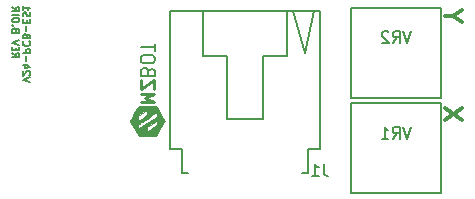
<source format=gbr>
G04 #@! TF.GenerationSoftware,KiCad,Pcbnew,(5.0.0-3-g5ebb6b6)*
G04 #@! TF.CreationDate,2018-08-08T21:58:00-07:00*
G04 #@! TF.ProjectId,MZBOT_XY-Endstop,4D5A424F545F58592D456E6473746F70,A*
G04 #@! TF.SameCoordinates,Original*
G04 #@! TF.FileFunction,Legend,Bot*
G04 #@! TF.FilePolarity,Positive*
%FSLAX46Y46*%
G04 Gerber Fmt 4.6, Leading zero omitted, Abs format (unit mm)*
G04 Created by KiCad (PCBNEW (5.0.0-3-g5ebb6b6)) date Wednesday, August 08, 2018 at 09:58:00 PM*
%MOMM*%
%LPD*%
G01*
G04 APERTURE LIST*
%ADD10C,0.150000*%
%ADD11C,0.140000*%
%ADD12C,0.250000*%
%ADD13C,0.300000*%
%ADD14C,0.010000*%
G04 APERTURE END LIST*
D10*
X124428571Y-100707142D02*
X123828571Y-100507142D01*
X124428571Y-100307142D01*
X124371428Y-100135714D02*
X124400000Y-100107142D01*
X124428571Y-100050000D01*
X124428571Y-99907142D01*
X124400000Y-99850000D01*
X124371428Y-99821428D01*
X124314285Y-99792857D01*
X124257142Y-99792857D01*
X124171428Y-99821428D01*
X123828571Y-100164285D01*
X123828571Y-99792857D01*
X124228571Y-99278571D02*
X123828571Y-99278571D01*
X124457142Y-99421428D02*
X124028571Y-99564285D01*
X124028571Y-99192857D01*
X124057142Y-98964285D02*
X124057142Y-98507142D01*
X123828571Y-98221428D02*
X124428571Y-98221428D01*
X124428571Y-97992857D01*
X124400000Y-97935714D01*
X124371428Y-97907142D01*
X124314285Y-97878571D01*
X124228571Y-97878571D01*
X124171428Y-97907142D01*
X124142857Y-97935714D01*
X124114285Y-97992857D01*
X124114285Y-98221428D01*
X123885714Y-97278571D02*
X123857142Y-97307142D01*
X123828571Y-97392857D01*
X123828571Y-97450000D01*
X123857142Y-97535714D01*
X123914285Y-97592857D01*
X123971428Y-97621428D01*
X124085714Y-97650000D01*
X124171428Y-97650000D01*
X124285714Y-97621428D01*
X124342857Y-97592857D01*
X124400000Y-97535714D01*
X124428571Y-97450000D01*
X124428571Y-97392857D01*
X124400000Y-97307142D01*
X124371428Y-97278571D01*
X124142857Y-96821428D02*
X124114285Y-96735714D01*
X124085714Y-96707142D01*
X124028571Y-96678571D01*
X123942857Y-96678571D01*
X123885714Y-96707142D01*
X123857142Y-96735714D01*
X123828571Y-96792857D01*
X123828571Y-97021428D01*
X124428571Y-97021428D01*
X124428571Y-96821428D01*
X124400000Y-96764285D01*
X124371428Y-96735714D01*
X124314285Y-96707142D01*
X124257142Y-96707142D01*
X124200000Y-96735714D01*
X124171428Y-96764285D01*
X124142857Y-96821428D01*
X124142857Y-97021428D01*
X124057142Y-96421428D02*
X124057142Y-95964285D01*
X124142857Y-95678571D02*
X124142857Y-95478571D01*
X123828571Y-95392857D02*
X123828571Y-95678571D01*
X124428571Y-95678571D01*
X124428571Y-95392857D01*
X123857142Y-95164285D02*
X123828571Y-95078571D01*
X123828571Y-94935714D01*
X123857142Y-94878571D01*
X123885714Y-94850000D01*
X123942857Y-94821428D01*
X124000000Y-94821428D01*
X124057142Y-94850000D01*
X124085714Y-94878571D01*
X124114285Y-94935714D01*
X124142857Y-95050000D01*
X124171428Y-95107142D01*
X124200000Y-95135714D01*
X124257142Y-95164285D01*
X124314285Y-95164285D01*
X124371428Y-95135714D01*
X124400000Y-95107142D01*
X124428571Y-95050000D01*
X124428571Y-94907142D01*
X124400000Y-94821428D01*
X123828571Y-94250000D02*
X123828571Y-94592857D01*
X123828571Y-94421428D02*
X124428571Y-94421428D01*
X124342857Y-94478571D01*
X124285714Y-94535714D01*
X124257142Y-94592857D01*
X122918571Y-98291428D02*
X123204285Y-98491428D01*
X122918571Y-98634285D02*
X123518571Y-98634285D01*
X123518571Y-98405714D01*
X123490000Y-98348571D01*
X123461428Y-98320000D01*
X123404285Y-98291428D01*
X123318571Y-98291428D01*
X123261428Y-98320000D01*
X123232857Y-98348571D01*
X123204285Y-98405714D01*
X123204285Y-98634285D01*
X123232857Y-98034285D02*
X123232857Y-97834285D01*
X122918571Y-97748571D02*
X122918571Y-98034285D01*
X123518571Y-98034285D01*
X123518571Y-97748571D01*
X123518571Y-97577142D02*
X122918571Y-97377142D01*
X123518571Y-97177142D01*
X123232857Y-96320000D02*
X123204285Y-96234285D01*
X123175714Y-96205714D01*
X123118571Y-96177142D01*
X123032857Y-96177142D01*
X122975714Y-96205714D01*
X122947142Y-96234285D01*
X122918571Y-96291428D01*
X122918571Y-96520000D01*
X123518571Y-96520000D01*
X123518571Y-96320000D01*
X123490000Y-96262857D01*
X123461428Y-96234285D01*
X123404285Y-96205714D01*
X123347142Y-96205714D01*
X123290000Y-96234285D01*
X123261428Y-96262857D01*
X123232857Y-96320000D01*
X123232857Y-96520000D01*
X122975714Y-95920000D02*
X122947142Y-95891428D01*
X122918571Y-95920000D01*
X122947142Y-95948571D01*
X122975714Y-95920000D01*
X122918571Y-95920000D01*
X123518571Y-95520000D02*
X123518571Y-95405714D01*
X123490000Y-95348571D01*
X123432857Y-95291428D01*
X123318571Y-95262857D01*
X123118571Y-95262857D01*
X123004285Y-95291428D01*
X122947142Y-95348571D01*
X122918571Y-95405714D01*
X122918571Y-95520000D01*
X122947142Y-95577142D01*
X123004285Y-95634285D01*
X123118571Y-95662857D01*
X123318571Y-95662857D01*
X123432857Y-95634285D01*
X123490000Y-95577142D01*
X123518571Y-95520000D01*
X122918571Y-95005714D02*
X123518571Y-95005714D01*
X122918571Y-94377142D02*
X123204285Y-94577142D01*
X122918571Y-94720000D02*
X123518571Y-94720000D01*
X123518571Y-94491428D01*
X123490000Y-94434285D01*
X123461428Y-94405714D01*
X123404285Y-94377142D01*
X123318571Y-94377142D01*
X123261428Y-94405714D01*
X123232857Y-94434285D01*
X123204285Y-94491428D01*
X123204285Y-94720000D01*
D11*
X134435714Y-99816666D02*
X134378571Y-99659523D01*
X134321428Y-99607142D01*
X134207142Y-99554761D01*
X134035714Y-99554761D01*
X133921428Y-99607142D01*
X133864285Y-99659523D01*
X133807142Y-99764285D01*
X133807142Y-100183333D01*
X135007142Y-100183333D01*
X135007142Y-99816666D01*
X134950000Y-99711904D01*
X134892857Y-99659523D01*
X134778571Y-99607142D01*
X134664285Y-99607142D01*
X134550000Y-99659523D01*
X134492857Y-99711904D01*
X134435714Y-99816666D01*
X134435714Y-100183333D01*
X135007142Y-98873809D02*
X135007142Y-98664285D01*
X134950000Y-98559523D01*
X134835714Y-98454761D01*
X134607142Y-98402380D01*
X134207142Y-98402380D01*
X133978571Y-98454761D01*
X133864285Y-98559523D01*
X133807142Y-98664285D01*
X133807142Y-98873809D01*
X133864285Y-98978571D01*
X133978571Y-99083333D01*
X134207142Y-99135714D01*
X134607142Y-99135714D01*
X134835714Y-99083333D01*
X134950000Y-98978571D01*
X135007142Y-98873809D01*
X135007142Y-98088095D02*
X135007142Y-97459523D01*
X133807142Y-97773809D02*
X135007142Y-97773809D01*
D12*
X133852380Y-102440476D02*
X134952380Y-102440476D01*
X134166666Y-102073809D01*
X134952380Y-101707142D01*
X133852380Y-101707142D01*
X134952380Y-101288095D02*
X134952380Y-100554761D01*
X133852380Y-101288095D01*
X133852380Y-100554761D01*
D13*
X161021428Y-102900000D02*
X159521428Y-103900000D01*
X161021428Y-103900000D02*
X159521428Y-102900000D01*
X160235714Y-95100000D02*
X159521428Y-95100000D01*
X161021428Y-94600000D02*
X160235714Y-95100000D01*
X161021428Y-95600000D01*
D10*
G04 #@! TO.C,VR1*
X151590000Y-110140000D02*
X159210000Y-110140000D01*
X159210000Y-110140000D02*
X159210000Y-102520000D01*
X159210000Y-102520000D02*
X151590000Y-102520000D01*
X151590000Y-102520000D02*
X151590000Y-110140000D01*
G04 #@! TO.C,J1*
X137520000Y-108408000D02*
X137774000Y-108408000D01*
X137266000Y-108408000D02*
X137266000Y-106376000D01*
X147934000Y-108408000D02*
X147934000Y-106376000D01*
X147934000Y-108408000D02*
X147426000Y-108408000D01*
X137520000Y-108408000D02*
X137266000Y-108408000D01*
X136250000Y-106376000D02*
X136250000Y-94692000D01*
X148950000Y-106376000D02*
X148950000Y-94692000D01*
X147934000Y-106376000D02*
X148950000Y-106376000D01*
X137266000Y-106376000D02*
X136250000Y-106376000D01*
X141076000Y-98502000D02*
X139044000Y-98502000D01*
X146156000Y-98502000D02*
X144124000Y-98502000D01*
X144124000Y-103836000D02*
X141076000Y-103836000D01*
X141076000Y-98502000D02*
X141076000Y-103836000D01*
X144124000Y-98502000D02*
X144124000Y-103836000D01*
X147680000Y-98248000D02*
X148442000Y-94692000D01*
X147680000Y-98248000D02*
X146664000Y-94692000D01*
X139044000Y-98502000D02*
X139044000Y-94692000D01*
X146156000Y-98502000D02*
X146156000Y-94692000D01*
X142600000Y-94692000D02*
X136250000Y-94692000D01*
X148696000Y-94692000D02*
X148950000Y-94692000D01*
X142600000Y-94692000D02*
X148696000Y-94692000D01*
G04 #@! TO.C,VR2*
X151590000Y-102040000D02*
X159210000Y-102040000D01*
X159210000Y-102040000D02*
X159210000Y-94420000D01*
X159210000Y-94420000D02*
X151590000Y-94420000D01*
X151590000Y-94420000D02*
X151590000Y-102040000D01*
D14*
G04 #@! TO.C,G\002A\002A\002A*
G36*
X132889351Y-104011887D02*
X132905572Y-104042034D01*
X132931418Y-104088721D01*
X132965913Y-104150224D01*
X133008085Y-104224822D01*
X133056958Y-104310795D01*
X133111559Y-104406420D01*
X133170915Y-104509975D01*
X133234050Y-104619739D01*
X133249697Y-104646885D01*
X133615668Y-105281545D01*
X135084553Y-105281545D01*
X135450413Y-104646875D01*
X135514303Y-104535799D01*
X135574628Y-104430448D01*
X135630414Y-104332553D01*
X135680690Y-104243843D01*
X135724481Y-104166049D01*
X135760815Y-104100901D01*
X135788719Y-104050128D01*
X135807219Y-104015461D01*
X135815344Y-103998631D01*
X135815642Y-103997443D01*
X135809896Y-103985106D01*
X135793536Y-103954532D01*
X135767542Y-103907454D01*
X135732894Y-103845606D01*
X135690572Y-103770719D01*
X135641557Y-103684526D01*
X135586827Y-103588761D01*
X135527364Y-103485155D01*
X135464147Y-103375442D01*
X135449781Y-103350568D01*
X135158740Y-102846858D01*
X135158740Y-103269615D01*
X135155574Y-103469705D01*
X135152409Y-103669796D01*
X135148381Y-103672448D01*
X135148381Y-103990378D01*
X135151594Y-103999990D01*
X135154364Y-104029036D01*
X135156506Y-104073862D01*
X135157833Y-104130813D01*
X135158182Y-104182387D01*
X135158182Y-104378243D01*
X134761829Y-104639394D01*
X134676215Y-104695684D01*
X134596584Y-104747809D01*
X134524996Y-104794437D01*
X134463513Y-104834237D01*
X134414197Y-104865875D01*
X134379110Y-104888020D01*
X134360314Y-104899338D01*
X134357738Y-104900545D01*
X134355187Y-104889630D01*
X134353005Y-104859401D01*
X134351340Y-104813635D01*
X134350341Y-104756109D01*
X134350118Y-104707159D01*
X134350236Y-104513772D01*
X134744408Y-104254000D01*
X134829901Y-104197719D01*
X134909487Y-104145446D01*
X134981082Y-104098540D01*
X135042602Y-104058363D01*
X135091963Y-104026273D01*
X135127082Y-104003629D01*
X135145875Y-103991793D01*
X135148381Y-103990378D01*
X135148381Y-103672448D01*
X134350000Y-104198125D01*
X133547591Y-104726455D01*
X133544415Y-104534224D01*
X133543640Y-104457219D01*
X133544322Y-104400652D01*
X133546607Y-104361907D01*
X133550643Y-104338368D01*
X133555961Y-104327955D01*
X133567714Y-104319545D01*
X133597286Y-104299449D01*
X133643190Y-104268655D01*
X133703939Y-104228148D01*
X133778048Y-104178913D01*
X133864031Y-104121936D01*
X133960401Y-104058202D01*
X134065673Y-103988697D01*
X134178359Y-103914407D01*
X134296974Y-103836317D01*
X134338454Y-103809034D01*
X134459055Y-103729727D01*
X134574486Y-103653820D01*
X134683233Y-103582308D01*
X134783782Y-103516188D01*
X134874617Y-103456455D01*
X134954225Y-103404105D01*
X135021092Y-103360134D01*
X135073702Y-103325537D01*
X135110542Y-103301311D01*
X135130097Y-103288451D01*
X135132483Y-103286882D01*
X135158740Y-103269615D01*
X135158740Y-102846858D01*
X135084549Y-102718454D01*
X134350000Y-102718454D01*
X134350000Y-103088914D01*
X134349881Y-103287571D01*
X134349763Y-103486227D01*
X133955591Y-103746000D01*
X133870098Y-103802281D01*
X133790512Y-103854554D01*
X133718918Y-103901459D01*
X133657398Y-103941637D01*
X133608036Y-103973727D01*
X133572917Y-103996370D01*
X133554124Y-104008206D01*
X133551619Y-104009621D01*
X133548405Y-104000010D01*
X133545634Y-103970965D01*
X133543492Y-103926141D01*
X133542166Y-103869195D01*
X133541818Y-103817697D01*
X133541818Y-103621924D01*
X134350000Y-103088914D01*
X134350000Y-102718454D01*
X133615668Y-102718454D01*
X133249697Y-103353114D01*
X133185798Y-103464115D01*
X133125444Y-103569321D01*
X133069610Y-103667011D01*
X133019269Y-103755464D01*
X132975396Y-103832957D01*
X132938965Y-103897768D01*
X132910949Y-103948177D01*
X132892322Y-103982462D01*
X132884060Y-103998900D01*
X132883727Y-104000000D01*
X132889351Y-104011887D01*
X132889351Y-104011887D01*
G37*
X132889351Y-104011887D02*
X132905572Y-104042034D01*
X132931418Y-104088721D01*
X132965913Y-104150224D01*
X133008085Y-104224822D01*
X133056958Y-104310795D01*
X133111559Y-104406420D01*
X133170915Y-104509975D01*
X133234050Y-104619739D01*
X133249697Y-104646885D01*
X133615668Y-105281545D01*
X135084553Y-105281545D01*
X135450413Y-104646875D01*
X135514303Y-104535799D01*
X135574628Y-104430448D01*
X135630414Y-104332553D01*
X135680690Y-104243843D01*
X135724481Y-104166049D01*
X135760815Y-104100901D01*
X135788719Y-104050128D01*
X135807219Y-104015461D01*
X135815344Y-103998631D01*
X135815642Y-103997443D01*
X135809896Y-103985106D01*
X135793536Y-103954532D01*
X135767542Y-103907454D01*
X135732894Y-103845606D01*
X135690572Y-103770719D01*
X135641557Y-103684526D01*
X135586827Y-103588761D01*
X135527364Y-103485155D01*
X135464147Y-103375442D01*
X135449781Y-103350568D01*
X135158740Y-102846858D01*
X135158740Y-103269615D01*
X135155574Y-103469705D01*
X135152409Y-103669796D01*
X135148381Y-103672448D01*
X135148381Y-103990378D01*
X135151594Y-103999990D01*
X135154364Y-104029036D01*
X135156506Y-104073862D01*
X135157833Y-104130813D01*
X135158182Y-104182387D01*
X135158182Y-104378243D01*
X134761829Y-104639394D01*
X134676215Y-104695684D01*
X134596584Y-104747809D01*
X134524996Y-104794437D01*
X134463513Y-104834237D01*
X134414197Y-104865875D01*
X134379110Y-104888020D01*
X134360314Y-104899338D01*
X134357738Y-104900545D01*
X134355187Y-104889630D01*
X134353005Y-104859401D01*
X134351340Y-104813635D01*
X134350341Y-104756109D01*
X134350118Y-104707159D01*
X134350236Y-104513772D01*
X134744408Y-104254000D01*
X134829901Y-104197719D01*
X134909487Y-104145446D01*
X134981082Y-104098540D01*
X135042602Y-104058363D01*
X135091963Y-104026273D01*
X135127082Y-104003629D01*
X135145875Y-103991793D01*
X135148381Y-103990378D01*
X135148381Y-103672448D01*
X134350000Y-104198125D01*
X133547591Y-104726455D01*
X133544415Y-104534224D01*
X133543640Y-104457219D01*
X133544322Y-104400652D01*
X133546607Y-104361907D01*
X133550643Y-104338368D01*
X133555961Y-104327955D01*
X133567714Y-104319545D01*
X133597286Y-104299449D01*
X133643190Y-104268655D01*
X133703939Y-104228148D01*
X133778048Y-104178913D01*
X133864031Y-104121936D01*
X133960401Y-104058202D01*
X134065673Y-103988697D01*
X134178359Y-103914407D01*
X134296974Y-103836317D01*
X134338454Y-103809034D01*
X134459055Y-103729727D01*
X134574486Y-103653820D01*
X134683233Y-103582308D01*
X134783782Y-103516188D01*
X134874617Y-103456455D01*
X134954225Y-103404105D01*
X135021092Y-103360134D01*
X135073702Y-103325537D01*
X135110542Y-103301311D01*
X135130097Y-103288451D01*
X135132483Y-103286882D01*
X135158740Y-103269615D01*
X135158740Y-102846858D01*
X135084549Y-102718454D01*
X134350000Y-102718454D01*
X134350000Y-103088914D01*
X134349881Y-103287571D01*
X134349763Y-103486227D01*
X133955591Y-103746000D01*
X133870098Y-103802281D01*
X133790512Y-103854554D01*
X133718918Y-103901459D01*
X133657398Y-103941637D01*
X133608036Y-103973727D01*
X133572917Y-103996370D01*
X133554124Y-104008206D01*
X133551619Y-104009621D01*
X133548405Y-104000010D01*
X133545634Y-103970965D01*
X133543492Y-103926141D01*
X133542166Y-103869195D01*
X133541818Y-103817697D01*
X133541818Y-103621924D01*
X134350000Y-103088914D01*
X134350000Y-102718454D01*
X133615668Y-102718454D01*
X133249697Y-103353114D01*
X133185798Y-103464115D01*
X133125444Y-103569321D01*
X133069610Y-103667011D01*
X133019269Y-103755464D01*
X132975396Y-103832957D01*
X132938965Y-103897768D01*
X132910949Y-103948177D01*
X132892322Y-103982462D01*
X132884060Y-103998900D01*
X132883727Y-104000000D01*
X132889351Y-104011887D01*
G04 #@! TO.C,VR1*
D10*
X156709523Y-104512380D02*
X156376190Y-105512380D01*
X156042857Y-104512380D01*
X155138095Y-105512380D02*
X155471428Y-105036190D01*
X155709523Y-105512380D02*
X155709523Y-104512380D01*
X155328571Y-104512380D01*
X155233333Y-104560000D01*
X155185714Y-104607619D01*
X155138095Y-104702857D01*
X155138095Y-104845714D01*
X155185714Y-104940952D01*
X155233333Y-104988571D01*
X155328571Y-105036190D01*
X155709523Y-105036190D01*
X154185714Y-105512380D02*
X154757142Y-105512380D01*
X154471428Y-105512380D02*
X154471428Y-104512380D01*
X154566666Y-104655238D01*
X154661904Y-104750476D01*
X154757142Y-104798095D01*
G04 #@! TO.C,J1*
X149283333Y-107652380D02*
X149283333Y-108366666D01*
X149330952Y-108509523D01*
X149426190Y-108604761D01*
X149569047Y-108652380D01*
X149664285Y-108652380D01*
X148283333Y-108652380D02*
X148854761Y-108652380D01*
X148569047Y-108652380D02*
X148569047Y-107652380D01*
X148664285Y-107795238D01*
X148759523Y-107890476D01*
X148854761Y-107938095D01*
G04 #@! TO.C,VR2*
X156709523Y-96412380D02*
X156376190Y-97412380D01*
X156042857Y-96412380D01*
X155138095Y-97412380D02*
X155471428Y-96936190D01*
X155709523Y-97412380D02*
X155709523Y-96412380D01*
X155328571Y-96412380D01*
X155233333Y-96460000D01*
X155185714Y-96507619D01*
X155138095Y-96602857D01*
X155138095Y-96745714D01*
X155185714Y-96840952D01*
X155233333Y-96888571D01*
X155328571Y-96936190D01*
X155709523Y-96936190D01*
X154757142Y-96507619D02*
X154709523Y-96460000D01*
X154614285Y-96412380D01*
X154376190Y-96412380D01*
X154280952Y-96460000D01*
X154233333Y-96507619D01*
X154185714Y-96602857D01*
X154185714Y-96698095D01*
X154233333Y-96840952D01*
X154804761Y-97412380D01*
X154185714Y-97412380D01*
G04 #@! TD*
M02*

</source>
